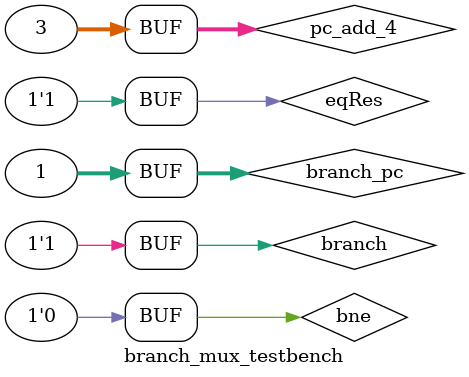
<source format=v>
module branch_mux_testbench();
	wire [31:0] result_address;
	reg [31:0] branch_pc,pc_add_4;
	reg bne,branch,eqRes;
	
	branch_mux bMux(result_address,branch_pc,pc_add_4,eqRes,bne,branch);
	initial begin
	branch_pc=32'b00000000000000000000000000000001;
	pc_add_4= 32'b00000000000000000000000000000011;
	bne=1;
	eqRes=1;
	branch=1;
	#20;
	branch_pc=32'b00000000000000000000000000000001;
	pc_add_4= 32'b00000000000000000000000000000011;
	bne=1;
	eqRes=0;
	branch=1;
	#20;
	branch_pc=32'b00000000000000000000000000000001;
	pc_add_4= 32'b00000000000000000000000000000011;
	bne=0;
	eqRes=1;
	branch=1;
	#20;
	end
	initial begin
	$monitor("time=%2d, branch_pc=%32b, pc_add_4=%32b,\n bne=%1b, eqRes=%1b, branch=%1b, result_address=%32b"
				,$time,branch_pc,pc_add_4,bne,eqRes,branch,result_address);
	end
endmodule

	
</source>
